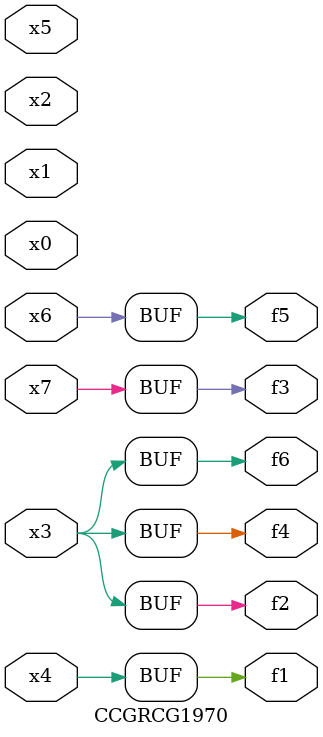
<source format=v>
module CCGRCG1970(
	input x0, x1, x2, x3, x4, x5, x6, x7,
	output f1, f2, f3, f4, f5, f6
);
	assign f1 = x4;
	assign f2 = x3;
	assign f3 = x7;
	assign f4 = x3;
	assign f5 = x6;
	assign f6 = x3;
endmodule

</source>
